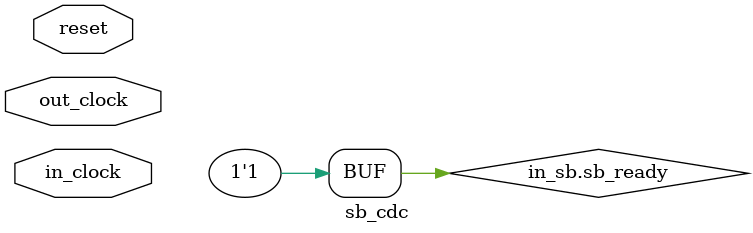
<source format=sv>

`timescale 10ns / 1ns
`include "interfaces.svh"


module sb_cdc (
    input wire in_clock,
    input wire out_clock,
    input wire reset,
    Simplebus.slave in_sb,
    Simplebus.master out_sb
);


    assign in_sb.sb_ready = 1;

    xpm_cdc_handshake #(
        .DEST_EXT_HSK(0),   // DECIMAL; 0=internal handshake, 1=external handshake
        .DEST_SYNC_FF(2),   // DECIMAL; range: 2-10
        .SRC_SYNC_FF(2),    // DECIMAL; range: 2-10
        .WIDTH(32)           // DECIMAL; range: 1-1024
    )
    data_cdc (
        .dest_out(out_sb.sb_write_data), 
        .dest_req(out_sb.sb_write_strobe),
        .dest_clk(out_clock),
        .src_clk(in_clock),  
        .src_in(in_sb.sb_write_data),
        .src_send(in_sb.sb_write_strobe) 
    );
    xpm_cdc_handshake #(
        .DEST_EXT_HSK(0),   // DECIMAL; 0=internal handshake, 1=external handshake
        .DEST_SYNC_FF(2),   // DECIMAL; range: 2-10
        .SRC_SYNC_FF(2),    // DECIMAL; range: 2-10
        .WIDTH(32)           // DECIMAL; range: 1-1024
    )
    address_cdc (
        .dest_out(out_sb.sb_address), 
        .dest_clk(out_clock),
        .src_clk(in_clock),  
        .src_in(in_sb.sb_address),
        .src_send(in_sb.sb_write_strobe) 
    );

    /*
    reg [$clog2(3)-1:0] fifo_addr_w;
    reg [$clog2(3)-1:0] fifo_addr_r;

    reg [31:0] write_data_fifo_memory[3:0];
    reg [31:0] write_addr_fifo_memory[3:0];
    integer i;

    always@(posedge in_clock) begin
        if(~reset)begin
            for(i = 0; i< 4; i = i+1)begin
                write_data_fifo_memory[i] = 0;
            end
            for(i = 0; i< 4; i = i+1)begin
                write_addr_fifo_memory[i] = 0;
            end 
            fifo_addr_w <=0;
            in_sb.sb_ready <= 1;
        end else begin
            if(in_sb.sb_write_strobe)begin
                write_data_fifo_memory[fifo_addr_w] <= in_sb.sb_write_data;
                write_addr_fifo_memory[fifo_addr_w] <= in_sb.sb_address;
                fifo_addr_w <= fifo_addr_w+1;
            end

        end
    end

    always@(posedge out_clock) begin
            if(~reset)begin
                out_sb.sb_write_data <= 0;
                out_sb.sb_write_strobe <= 0;
                out_sb.sb_address <= 0;
                fifo_addr_r <=0;
            end else begin
                if(out_sb.sb_write_strobe) begin
                    out_sb.sb_write_strobe <= 0;
                end else begin
                    if(fifo_addr_r != fifo_addr_w)begin
                        fifo_addr_r <= fifo_addr_r+1;
                        out_sb.sb_write_data  <= write_data_fifo_memory[fifo_addr_r];
                        out_sb.sb_address <= write_addr_fifo_memory[fifo_addr_r];
                        out_sb.sb_write_strobe <= 1;
                    end    
                end
                
            end
        end
*/
endmodule

</source>
